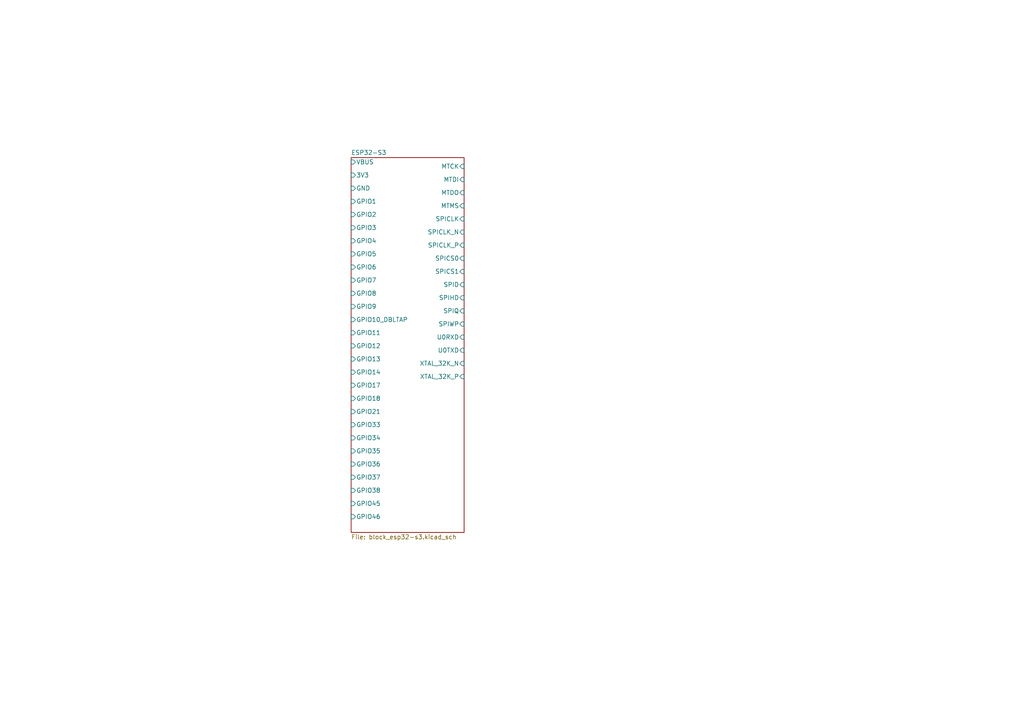
<source format=kicad_sch>
(kicad_sch
	(version 20250114)
	(generator "eeschema")
	(generator_version "9.0")
	(uuid "ee0fcbb6-6e07-467d-8954-b6df91be3afa")
	(paper "A4")
	(lib_symbols)
	(sheet
		(at 101.854 45.72)
		(size 32.766 108.712)
		(exclude_from_sim no)
		(in_bom yes)
		(on_board yes)
		(dnp no)
		(fields_autoplaced yes)
		(stroke
			(width 0.1524)
			(type solid)
		)
		(fill
			(color 0 0 0 0.0000)
		)
		(uuid "38c500d9-8c49-47a3-ac44-6b9512864f40")
		(property "Sheetname" "ESP32-S3"
			(at 101.854 45.0084 0)
			(effects
				(font
					(size 1.27 1.27)
				)
				(justify left bottom)
			)
		)
		(property "Sheetfile" "block_esp32-s3.kicad_sch"
			(at 101.854 155.0166 0)
			(effects
				(font
					(size 1.27 1.27)
				)
				(justify left top)
			)
		)
		(pin "3V3" input
			(at 101.854 50.8 180)
			(uuid "12cc121c-493b-4428-ad59-22134473118f")
			(effects
				(font
					(size 1.27 1.27)
				)
				(justify left)
			)
		)
		(pin "GND" input
			(at 101.854 54.61 180)
			(uuid "1fd8590f-e6af-4347-96cd-5561a3998555")
			(effects
				(font
					(size 1.27 1.27)
				)
				(justify left)
			)
		)
		(pin "GPIO1" input
			(at 101.854 58.42 180)
			(uuid "96c2b4df-8529-4fbc-b8be-f69375174a52")
			(effects
				(font
					(size 1.27 1.27)
				)
				(justify left)
			)
		)
		(pin "GPIO2" input
			(at 101.854 62.23 180)
			(uuid "b2fdbf4b-adad-4ff6-a563-832095ddf80f")
			(effects
				(font
					(size 1.27 1.27)
				)
				(justify left)
			)
		)
		(pin "GPIO3" input
			(at 101.854 66.04 180)
			(uuid "6abf06f5-bd5e-4087-aa10-02f45f5bb645")
			(effects
				(font
					(size 1.27 1.27)
				)
				(justify left)
			)
		)
		(pin "GPIO4" input
			(at 101.854 69.85 180)
			(uuid "b1e722eb-3bc2-4f75-b8a8-3a7dab899af1")
			(effects
				(font
					(size 1.27 1.27)
				)
				(justify left)
			)
		)
		(pin "GPIO5" input
			(at 101.854 73.66 180)
			(uuid "8cdfad74-000c-4075-bb04-070d31e00c6b")
			(effects
				(font
					(size 1.27 1.27)
				)
				(justify left)
			)
		)
		(pin "GPIO6" input
			(at 101.854 77.47 180)
			(uuid "c8aa69a9-ad94-424c-8526-28de2b364c6d")
			(effects
				(font
					(size 1.27 1.27)
				)
				(justify left)
			)
		)
		(pin "GPIO7" input
			(at 101.854 81.28 180)
			(uuid "4a0b1004-56ea-483c-a9f0-3df4e003b861")
			(effects
				(font
					(size 1.27 1.27)
				)
				(justify left)
			)
		)
		(pin "GPIO8" input
			(at 101.854 85.09 180)
			(uuid "68ca46ce-55e6-46c3-952b-b2b685edbfb4")
			(effects
				(font
					(size 1.27 1.27)
				)
				(justify left)
			)
		)
		(pin "GPIO9" input
			(at 101.854 88.9 180)
			(uuid "cfea0131-552b-492b-8014-b17daa267d82")
			(effects
				(font
					(size 1.27 1.27)
				)
				(justify left)
			)
		)
		(pin "GPIO10_DBLTAP" input
			(at 101.854 92.71 180)
			(uuid "bcba5e12-5995-4ac2-addf-8ad0e9c1b085")
			(effects
				(font
					(size 1.27 1.27)
				)
				(justify left)
			)
		)
		(pin "GPIO11" input
			(at 101.854 96.52 180)
			(uuid "1ccf92a4-006f-41d0-b1ee-696ab053e0f9")
			(effects
				(font
					(size 1.27 1.27)
				)
				(justify left)
			)
		)
		(pin "GPIO12" input
			(at 101.854 100.33 180)
			(uuid "03420ec9-d8be-4e67-b934-2bb1a1aaaf24")
			(effects
				(font
					(size 1.27 1.27)
				)
				(justify left)
			)
		)
		(pin "GPIO13" input
			(at 101.854 104.14 180)
			(uuid "0189f1a8-98ff-4024-bea8-448c60cf502e")
			(effects
				(font
					(size 1.27 1.27)
				)
				(justify left)
			)
		)
		(pin "GPIO14" input
			(at 101.854 107.95 180)
			(uuid "74c89b7c-56fe-4855-9733-4f87391d4950")
			(effects
				(font
					(size 1.27 1.27)
				)
				(justify left)
			)
		)
		(pin "GPIO17" input
			(at 101.854 111.76 180)
			(uuid "2a9baae1-a782-48c3-80c4-eeaa1d34b93d")
			(effects
				(font
					(size 1.27 1.27)
				)
				(justify left)
			)
		)
		(pin "GPIO18" input
			(at 101.854 115.57 180)
			(uuid "c7122717-531a-428c-a98c-ffe17b49671f")
			(effects
				(font
					(size 1.27 1.27)
				)
				(justify left)
			)
		)
		(pin "GPIO21" input
			(at 101.854 119.38 180)
			(uuid "ecfc92e8-316a-4f24-941d-e454c7a5bb9e")
			(effects
				(font
					(size 1.27 1.27)
				)
				(justify left)
			)
		)
		(pin "GPIO33" input
			(at 101.854 123.19 180)
			(uuid "c4f4bb7d-dafa-4f4f-81f9-c98ce0ed6f81")
			(effects
				(font
					(size 1.27 1.27)
				)
				(justify left)
			)
		)
		(pin "GPIO34" input
			(at 101.854 127 180)
			(uuid "c2eed8eb-f3c2-4750-b7f0-d7e02e70b261")
			(effects
				(font
					(size 1.27 1.27)
				)
				(justify left)
			)
		)
		(pin "GPIO35" input
			(at 101.854 130.81 180)
			(uuid "c1b60fa7-6efb-4a50-957d-7407ad35bd7e")
			(effects
				(font
					(size 1.27 1.27)
				)
				(justify left)
			)
		)
		(pin "GPIO36" input
			(at 101.854 134.62 180)
			(uuid "a6a72ff0-2738-4ca7-9e3c-9675a0735dc8")
			(effects
				(font
					(size 1.27 1.27)
				)
				(justify left)
			)
		)
		(pin "GPIO37" input
			(at 101.854 138.43 180)
			(uuid "e16a4e10-1f36-46b7-8c5c-803378eb45f6")
			(effects
				(font
					(size 1.27 1.27)
				)
				(justify left)
			)
		)
		(pin "GPIO38" input
			(at 101.854 142.24 180)
			(uuid "920d7bb3-ebc2-42dc-b1c3-74cf69782042")
			(effects
				(font
					(size 1.27 1.27)
				)
				(justify left)
			)
		)
		(pin "GPIO45" input
			(at 101.854 146.05 180)
			(uuid "69639d2d-1063-47d5-8237-9133059e58d3")
			(effects
				(font
					(size 1.27 1.27)
				)
				(justify left)
			)
		)
		(pin "GPIO46" input
			(at 101.854 149.86 180)
			(uuid "d9f826b0-2629-4e9a-bc3e-ee0e1e96db3b")
			(effects
				(font
					(size 1.27 1.27)
				)
				(justify left)
			)
		)
		(pin "MTCK" input
			(at 134.62 48.26 0)
			(uuid "0d310bdd-7787-4dbc-9d14-ac9d59b046f7")
			(effects
				(font
					(size 1.27 1.27)
				)
				(justify right)
			)
		)
		(pin "MTDI" input
			(at 134.62 52.07 0)
			(uuid "23fd2d16-ae0b-4889-80f3-1c0ea6edeeee")
			(effects
				(font
					(size 1.27 1.27)
				)
				(justify right)
			)
		)
		(pin "MTDO" input
			(at 134.62 55.88 0)
			(uuid "fdfc126c-fa77-46fc-8bc2-168dbdbcef25")
			(effects
				(font
					(size 1.27 1.27)
				)
				(justify right)
			)
		)
		(pin "MTMS" input
			(at 134.62 59.69 0)
			(uuid "58ea976f-8560-4fc8-ab2b-8f35102221b7")
			(effects
				(font
					(size 1.27 1.27)
				)
				(justify right)
			)
		)
		(pin "SPICLK" input
			(at 134.62 63.5 0)
			(uuid "47ace7be-9840-4aa4-a0ba-c25969118d34")
			(effects
				(font
					(size 1.27 1.27)
				)
				(justify right)
			)
		)
		(pin "SPICLK_N" input
			(at 134.62 67.31 0)
			(uuid "69c99021-07f3-44d0-be8a-78d8aeafae6f")
			(effects
				(font
					(size 1.27 1.27)
				)
				(justify right)
			)
		)
		(pin "SPICLK_P" input
			(at 134.62 71.12 0)
			(uuid "45df646d-bbb4-42e4-96a8-b6fd6ff8d1d1")
			(effects
				(font
					(size 1.27 1.27)
				)
				(justify right)
			)
		)
		(pin "SPICS0" input
			(at 134.62 74.93 0)
			(uuid "97720aa6-5647-4e92-a88a-b9f372c87a6e")
			(effects
				(font
					(size 1.27 1.27)
				)
				(justify right)
			)
		)
		(pin "SPICS1" input
			(at 134.62 78.74 0)
			(uuid "645d42a2-760f-49a7-8730-51cfc99aa0a6")
			(effects
				(font
					(size 1.27 1.27)
				)
				(justify right)
			)
		)
		(pin "SPID" input
			(at 134.62 82.55 0)
			(uuid "289aaad4-e700-475e-8b72-3b6159e095a0")
			(effects
				(font
					(size 1.27 1.27)
				)
				(justify right)
			)
		)
		(pin "SPIHD" input
			(at 134.62 86.36 0)
			(uuid "6942f851-1172-40e8-908f-59aef417bff8")
			(effects
				(font
					(size 1.27 1.27)
				)
				(justify right)
			)
		)
		(pin "SPIQ" input
			(at 134.62 90.17 0)
			(uuid "7cfd62a4-44d4-4ff2-b144-fa313a33ef62")
			(effects
				(font
					(size 1.27 1.27)
				)
				(justify right)
			)
		)
		(pin "SPIWP" input
			(at 134.62 93.98 0)
			(uuid "6e655282-fdcb-4edb-8e9f-17e160706cb3")
			(effects
				(font
					(size 1.27 1.27)
				)
				(justify right)
			)
		)
		(pin "U0RXD" input
			(at 134.62 97.79 0)
			(uuid "03d1b23b-6d52-4dba-a0e9-7e0bcb925f87")
			(effects
				(font
					(size 1.27 1.27)
				)
				(justify right)
			)
		)
		(pin "U0TXD" input
			(at 134.62 101.6 0)
			(uuid "72e2c485-8dba-4265-bd2c-fc5c6ca991e2")
			(effects
				(font
					(size 1.27 1.27)
				)
				(justify right)
			)
		)
		(pin "XTAL_32K_N" input
			(at 134.62 105.41 0)
			(uuid "84b4ad29-9b53-411a-9980-3d429fb3a269")
			(effects
				(font
					(size 1.27 1.27)
				)
				(justify right)
			)
		)
		(pin "XTAL_32K_P" input
			(at 134.62 109.22 0)
			(uuid "c9364bde-d9f3-4f96-b7e9-4daeb67e0a6c")
			(effects
				(font
					(size 1.27 1.27)
				)
				(justify right)
			)
		)
		(pin "VBUS" input
			(at 101.854 46.99 180)
			(uuid "71fb6a50-2ac4-4492-881c-56b8e285f36a")
			(effects
				(font
					(size 1.27 1.27)
				)
				(justify left)
			)
		)
		(instances
			(project "esp32-s3"
				(path "/ee0fcbb6-6e07-467d-8954-b6df91be3afa"
					(page "2")
				)
			)
		)
	)
	(sheet_instances
		(path "/"
			(page "1")
		)
	)
	(embedded_fonts no)
)

</source>
